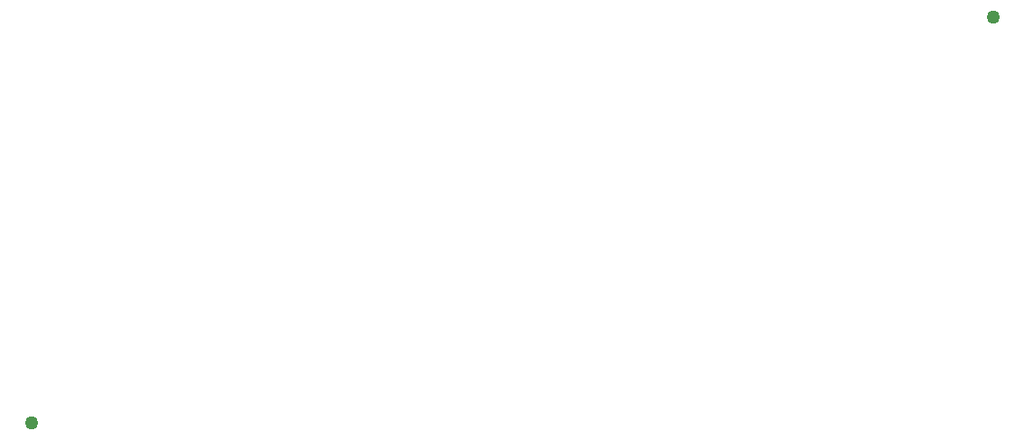
<source format=gbr>
G04 #@! TF.GenerationSoftware,KiCad,Pcbnew,5.0.2-bee76a0~70~ubuntu18.04.1*
G04 #@! TF.CreationDate,2019-06-21T09:24:01-07:00*
G04 #@! TF.ProjectId,aa-power,61612d70-6f77-4657-922e-6b696361645f,rev?*
G04 #@! TF.SameCoordinates,Original*
G04 #@! TF.FileFunction,Paste,Bot*
G04 #@! TF.FilePolarity,Positive*
%FSLAX46Y46*%
G04 Gerber Fmt 4.6, Leading zero omitted, Abs format (unit mm)*
G04 Created by KiCad (PCBNEW 5.0.2-bee76a0~70~ubuntu18.04.1) date Fri 21 Jun 2019 09:24:01 AM PDT*
%MOMM*%
%LPD*%
G01*
G04 APERTURE LIST*
%ADD10C,1.275080*%
G04 APERTURE END LIST*
D10*
G04 #@! TO.C,FD6*
X194310000Y-81280000D03*
G04 #@! TD*
G04 #@! TO.C,FD5*
X104140000Y-119380000D03*
G04 #@! TD*
M02*

</source>
